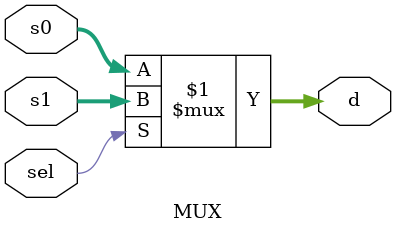
<source format=v>
`timescale 1ns / 1ps


module MUX(
input[31:0] s0,s1,
input sel,
output [31:0] d);
assign d=sel?s1:s0;
endmodule


</source>
